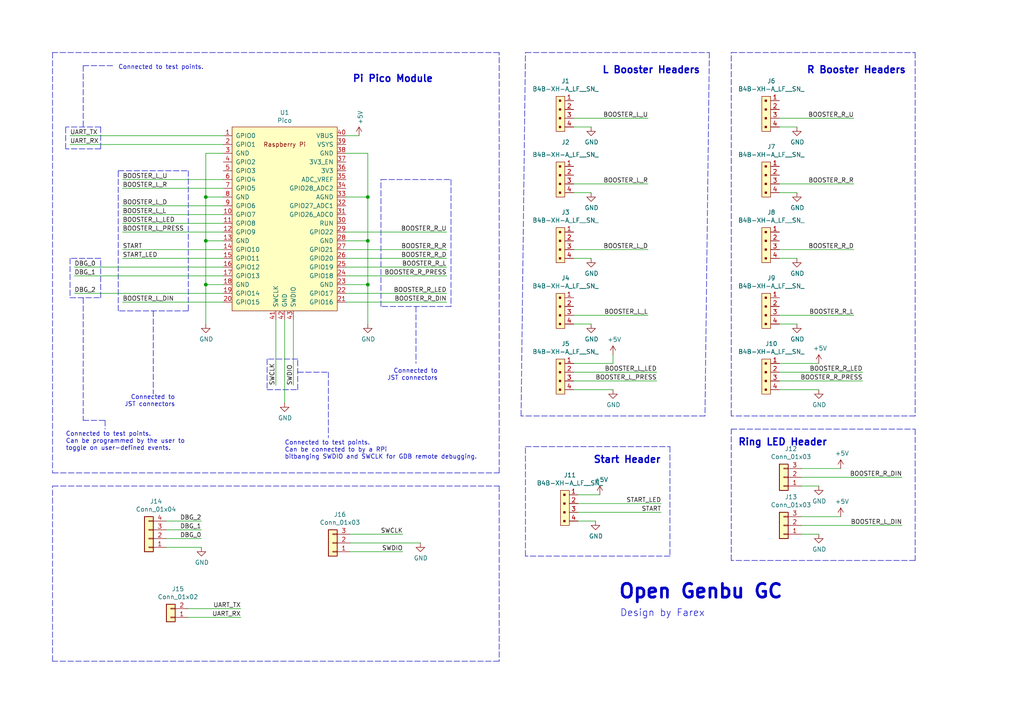
<source format=kicad_sch>
(kicad_sch (version 20211123) (generator eeschema)
  (paper "A4")
  (lib_symbols
    (symbol "Connector_Generic:Conn_01x02" (pin_names (offset 1.016) hide)
      (property "Reference" "J" (at 0 2.54 0))
      (property "Value" "Conn_01x02" (at 0 -5.08 0))
      (symbol "Conn_01x02_1_1"
        (rectangle (start -1.27 -2.413) (end 0 -2.667) (stroke (width 0.1524)))
        (rectangle (start -1.27 0.127) (end 0 -0.127) (stroke (width 0.1524)))
        (rectangle (start -1.27 1.27) (end 1.27 -3.81) (stroke (width 0.254)) (fill (type background)))
        (pin passive line (at -5.08 0 0) (length 3.81) (name "Pin_1") (number "1"))
        (pin passive line (at -5.08 -2.54 0) (length 3.81) (name "Pin_2") (number "2"))
      )
    )
    (symbol "Connector_Generic:Conn_01x03" (pin_names (offset 1.016) hide)
      (property "Reference" "J" (at 0 5.08 0))
      (property "Value" "Conn_01x03" (at 0 -5.08 0))
      (symbol "Conn_01x03_1_1"
        (rectangle (start -1.27 -2.413) (end 0 -2.667) (stroke (width 0.1524)))
        (rectangle (start -1.27 0.127) (end 0 -0.127) (stroke (width 0.1524)))
        (rectangle (start -1.27 2.667) (end 0 2.413) (stroke (width 0.1524)))
        (rectangle (start -1.27 3.81) (end 1.27 -3.81) (stroke (width 0.254)) (fill (type background)))
        (pin passive line (at -5.08 2.54 0) (length 3.81) (name "Pin_1") (number "1"))
        (pin passive line (at -5.08 0 0) (length 3.81) (name "Pin_2") (number "2"))
        (pin passive line (at -5.08 -2.54 0) (length 3.81) (name "Pin_3") (number "3"))
      )
    )
    (symbol "Connector_Generic:Conn_01x04" (pin_names (offset 1.016) hide)
      (property "Reference" "J" (at 0 5.08 0))
      (property "Value" "Conn_01x04" (at 0 -7.62 0))
      (symbol "Conn_01x04_1_1"
        (rectangle (start -1.27 -4.953) (end 0 -5.207) (stroke (width 0.1524)))
        (rectangle (start -1.27 -2.413) (end 0 -2.667) (stroke (width 0.1524)))
        (rectangle (start -1.27 0.127) (end 0 -0.127) (stroke (width 0.1524)))
        (rectangle (start -1.27 2.667) (end 0 2.413) (stroke (width 0.1524)))
        (rectangle (start -1.27 3.81) (end 1.27 -6.35) (stroke (width 0.254)) (fill (type background)))
        (pin passive line (at -5.08 2.54 0) (length 3.81) (name "Pin_1") (number "1"))
        (pin passive line (at -5.08 0 0) (length 3.81) (name "Pin_2") (number "2"))
        (pin passive line (at -5.08 -2.54 0) (length 3.81) (name "Pin_3") (number "3"))
        (pin passive line (at -5.08 -5.08 0) (length 3.81) (name "Pin_4") (number "4"))
      )
    )
    (symbol "MCU_RaspberryPi_and_Boards:Pico" (pin_names (offset 1.016))
      (property "Reference" "U" (at -13.97 27.94 0))
      (property "Value" "Pico" (at 0 19.05 0))
      (symbol "Pico_0_0"
        (text "Raspberry Pi" (at 0 21.59 0) (effects (font (size 1.27 1.27))))
      )
      (symbol "Pico_0_1"
        (rectangle (start -15.24 26.67) (end 15.24 -26.67) (fill (type background)))
      )
      (symbol "Pico_1_1"
        (pin bidirectional line (at -17.78 24.13 0) (length 2.54) (name "GPIO0") (number "1"))
        (pin bidirectional line (at -17.78 1.27 0) (length 2.54) (name "GPIO7") (number "10"))
        (pin bidirectional line (at -17.78 -1.27 0) (length 2.54) (name "GPIO8") (number "11"))
        (pin bidirectional line (at -17.78 -3.81 0) (length 2.54) (name "GPIO9") (number "12"))
        (pin power_in line (at -17.78 -6.35 0) (length 2.54) (name "GND") (number "13"))
        (pin bidirectional line (at -17.78 -8.89 0) (length 2.54) (name "GPIO10") (number "14"))
        (pin bidirectional line (at -17.78 -11.43 0) (length 2.54) (name "GPIO11") (number "15"))
        (pin bidirectional line (at -17.78 -13.97 0) (length 2.54) (name "GPIO12") (number "16"))
        (pin bidirectional line (at -17.78 -16.51 0) (length 2.54) (name "GPIO13") (number "17"))
        (pin power_in line (at -17.78 -19.05 0) (length 2.54) (name "GND") (number "18"))
        (pin bidirectional line (at -17.78 -21.59 0) (length 2.54) (name "GPIO14") (number "19"))
        (pin bidirectional line (at -17.78 21.59 0) (length 2.54) (name "GPIO1") (number "2"))
        (pin bidirectional line (at -17.78 -24.13 0) (length 2.54) (name "GPIO15") (number "20"))
        (pin bidirectional line (at 17.78 -24.13 180) (length 2.54) (name "GPIO16") (number "21"))
        (pin bidirectional line (at 17.78 -21.59 180) (length 2.54) (name "GPIO17") (number "22"))
        (pin power_in line (at 17.78 -19.05 180) (length 2.54) (name "GND") (number "23"))
        (pin bidirectional line (at 17.78 -16.51 180) (length 2.54) (name "GPIO18") (number "24"))
        (pin bidirectional line (at 17.78 -13.97 180) (length 2.54) (name "GPIO19") (number "25"))
        (pin bidirectional line (at 17.78 -11.43 180) (length 2.54) (name "GPIO20") (number "26"))
        (pin bidirectional line (at 17.78 -8.89 180) (length 2.54) (name "GPIO21") (number "27"))
        (pin power_in line (at 17.78 -6.35 180) (length 2.54) (name "GND") (number "28"))
        (pin bidirectional line (at 17.78 -3.81 180) (length 2.54) (name "GPIO22") (number "29"))
        (pin power_in line (at -17.78 19.05 0) (length 2.54) (name "GND") (number "3"))
        (pin input line (at 17.78 -1.27 180) (length 2.54) (name "RUN") (number "30"))
        (pin bidirectional line (at 17.78 1.27 180) (length 2.54) (name "GPIO26_ADC0") (number "31"))
        (pin bidirectional line (at 17.78 3.81 180) (length 2.54) (name "GPIO27_ADC1") (number "32"))
        (pin power_in line (at 17.78 6.35 180) (length 2.54) (name "AGND") (number "33"))
        (pin bidirectional line (at 17.78 8.89 180) (length 2.54) (name "GPIO28_ADC2") (number "34"))
        (pin unspecified line (at 17.78 11.43 180) (length 2.54) (name "ADC_VREF") (number "35"))
        (pin unspecified line (at 17.78 13.97 180) (length 2.54) (name "3V3") (number "36"))
        (pin input line (at 17.78 16.51 180) (length 2.54) (name "3V3_EN") (number "37"))
        (pin bidirectional line (at 17.78 19.05 180) (length 2.54) (name "GND") (number "38"))
        (pin unspecified line (at 17.78 21.59 180) (length 2.54) (name "VSYS") (number "39"))
        (pin bidirectional line (at -17.78 16.51 0) (length 2.54) (name "GPIO2") (number "4"))
        (pin unspecified line (at 17.78 24.13 180) (length 2.54) (name "VBUS") (number "40"))
        (pin input line (at -2.54 -29.21 90) (length 2.54) (name "SWCLK") (number "41"))
        (pin power_in line (at 0 -29.21 90) (length 2.54) (name "GND") (number "42"))
        (pin bidirectional line (at 2.54 -29.21 90) (length 2.54) (name "SWDIO") (number "43"))
        (pin bidirectional line (at -17.78 13.97 0) (length 2.54) (name "GPIO3") (number "5"))
        (pin bidirectional line (at -17.78 11.43 0) (length 2.54) (name "GPIO4") (number "6"))
        (pin bidirectional line (at -17.78 8.89 0) (length 2.54) (name "GPIO5") (number "7"))
        (pin power_in line (at -17.78 6.35 0) (length 2.54) (name "GND") (number "8"))
        (pin bidirectional line (at -17.78 3.81 0) (length 2.54) (name "GPIO6") (number "9"))
      )
    )
    (symbol "dk_Rectangular-Connectors-Headers-Male-Pins:B4B-XH-A_LF__SN_" (pin_names (offset 1.016))
      (property "Reference" "J" (at -2.54 -1.27 0))
      (property "Value" "B4B-XH-A_LF__SN_" (at 3.81 -3.81 0))
      (symbol "B4B-XH-A_LF__SN__1_1"
        (rectangle (start -1.27 0) (end 8.89 -2.54) (fill (type background)))
        (rectangle (start -0.254 -1.143) (end 0.254 -1.651) (fill (type outline)))
        (rectangle (start 2.286 -1.143) (end 2.794 -1.651) (fill (type outline)))
        (rectangle (start 4.826 -1.143) (end 5.334 -1.651) (fill (type outline)))
        (rectangle (start 7.366 -1.143) (end 7.874 -1.651) (fill (type outline)))
        (pin passive line (at 0 2.54 270) (length 2.54) (name "~") (number "1"))
        (pin passive line (at 2.54 2.54 270) (length 2.54) (name "~") (number "2"))
        (pin passive line (at 5.08 2.54 270) (length 2.54) (name "~") (number "3"))
        (pin passive line (at 7.62 2.54 270) (length 2.54) (name "~") (number "4"))
      )
    )
    (symbol "power:+5V" (power) (pin_names (offset 0))
      (property "Value" "+5V" (at 0 3.556 0))
      (symbol "+5V_0_1"
        (polyline (pts (xy -0.762 1.27) (xy 0 2.54)))
        (polyline (pts (xy 0 0) (xy 0 2.54)))
        (polyline (pts (xy 0 2.54) (xy 0.762 1.27)))
      )
      (symbol "+5V_1_1"
        (pin power_in line (at 0 0 90) (length 0) hide (name "+5V") (number "1"))
      )
    )
    (symbol "power:GND" (power) (pin_names (offset 0))
      (property "Value" "GND" (at 0 -3.81 0))
      (symbol "GND_0_1"
        (polyline (pts (xy 0 0) (xy 0 -1.27) (xy 1.27 -1.27) (xy 0 -2.54) (xy -1.27 -1.27) (xy 0 -1.27)))
      )
      (symbol "GND_1_1"
        (pin power_in line (at 0 0 270) (length 0) hide (name "GND") (number "1"))
      )
    )
  )
  (junction (at 106.68 57.15))
  (junction (at 59.69 57.15))
  (junction (at 106.68 82.55))
  (junction (at 106.68 69.85))
  (junction (at 59.69 69.85))
  (junction (at 59.69 82.55))
  (polyline (pts (xy 205.74 15.24) (xy 204.47 120.65)))
  (wire (pts (xy 232.41 152.4) (xy 261.62 152.4)))
  (polyline (pts (xy 144.78 137.16) (xy 144.78 15.24)))
  (wire (pts (xy 21.59 80.01) (xy 64.77 80.01)))
  (polyline (pts (xy 265.43 120.65) (xy 212.09 120.65)))
  (wire (pts (xy 247.65 53.34) (xy 226.06 53.34)))
  (wire (pts (xy 20.32 41.91) (xy 64.77 41.91)))
  (polyline (pts (xy 19.05 43.18) (xy 19.05 36.83)))
  (wire (pts (xy 85.09 92.71) (xy 85.09 111.76)))
  (polyline (pts (xy 144.78 140.97) (xy 144.78 191.77)))
  (wire (pts (xy 116.84 154.94) (xy 101.6 154.94)))
  (polyline (pts (xy 194.31 129.54) (xy 194.31 161.29)))
  (wire (pts (xy 20.32 39.37) (xy 64.77 39.37)))
  (polyline (pts (xy 130.81 88.9) (xy 110.49 88.9)))
  (wire (pts (xy 231.14 36.83) (xy 226.06 36.83)))
  (polyline (pts (xy 120.65 88.9) (xy 120.65 105.41)))
  (wire (pts (xy 59.69 69.85) (xy 59.69 57.15)))
  (wire (pts (xy 237.49 154.94) (xy 232.41 154.94)))
  (polyline (pts (xy 54.61 49.53) (xy 54.61 90.17)))
  (polyline (pts (xy 77.47 113.03) (xy 86.36 113.03)))
  (polyline (pts (xy 30.48 121.92) (xy 30.48 124.46)))
  (wire (pts (xy 237.49 113.03) (xy 226.06 113.03)))
  (wire (pts (xy 59.69 82.55) (xy 59.69 69.85)))
  (wire (pts (xy 58.42 156.21) (xy 48.26 156.21)))
  (wire (pts (xy 35.56 74.93) (xy 64.77 74.93)))
  (wire (pts (xy 59.69 57.15) (xy 59.69 44.45)))
  (wire (pts (xy 21.59 85.09) (xy 64.77 85.09)))
  (wire (pts (xy 166.37 107.95) (xy 190.5 107.95)))
  (wire (pts (xy 171.45 36.83) (xy 166.37 36.83)))
  (wire (pts (xy 35.56 87.63) (xy 64.77 87.63)))
  (polyline (pts (xy 110.49 88.9) (xy 110.49 52.07)))
  (wire (pts (xy 106.68 57.15) (xy 100.33 57.15)))
  (wire (pts (xy 59.69 57.15) (xy 64.77 57.15)))
  (polyline (pts (xy 144.78 15.24) (xy 15.24 15.24)))
  (polyline (pts (xy 44.45 90.17) (xy 44.45 114.3)))
  (polyline (pts (xy 152.4 15.24) (xy 205.74 15.24)))
  (wire (pts (xy 106.68 82.55) (xy 100.33 82.55)))
  (wire (pts (xy 231.14 74.93) (xy 226.06 74.93)))
  (wire (pts (xy 106.68 57.15) (xy 106.68 44.45)))
  (wire (pts (xy 171.45 74.93) (xy 166.37 74.93)))
  (wire (pts (xy 106.68 69.85) (xy 106.68 57.15)))
  (polyline (pts (xy 15.24 15.24) (xy 15.24 137.16)))
  (wire (pts (xy 82.55 92.71) (xy 82.55 116.84)))
  (wire (pts (xy 173.99 143.51) (xy 167.64 143.51)))
  (wire (pts (xy 58.42 153.67) (xy 48.26 153.67)))
  (wire (pts (xy 171.45 55.88) (xy 166.37 55.88)))
  (wire (pts (xy 35.56 54.61) (xy 64.77 54.61)))
  (wire (pts (xy 35.56 64.77) (xy 64.77 64.77)))
  (polyline (pts (xy 20.32 86.36) (xy 29.21 86.36)))
  (polyline (pts (xy 265.43 162.56) (xy 212.09 162.56)))
  (polyline (pts (xy 24.13 121.92) (xy 30.48 121.92)))
  (wire (pts (xy 59.69 93.98) (xy 59.69 82.55)))
  (polyline (pts (xy 86.36 107.95) (xy 95.25 107.95)))
  (polyline (pts (xy 15.24 191.77) (xy 15.24 140.97)))
  (wire (pts (xy 100.33 72.39) (xy 129.54 72.39)))
  (wire (pts (xy 237.49 105.41) (xy 226.06 105.41)))
  (polyline (pts (xy 86.36 104.14) (xy 77.47 104.14)))
  (wire (pts (xy 100.33 87.63) (xy 129.54 87.63)))
  (polyline (pts (xy 212.09 15.24) (xy 265.43 15.24)))
  (wire (pts (xy 100.33 85.09) (xy 129.54 85.09)))
  (wire (pts (xy 172.72 151.13) (xy 167.64 151.13)))
  (wire (pts (xy 59.69 69.85) (xy 64.77 69.85)))
  (polyline (pts (xy 152.4 129.54) (xy 194.31 129.54)))
  (polyline (pts (xy 130.81 52.07) (xy 130.81 88.9)))
  (wire (pts (xy 231.14 55.88) (xy 226.06 55.88)))
  (polyline (pts (xy 24.13 86.36) (xy 24.13 121.92)))
  (polyline (pts (xy 151.13 120.65) (xy 152.4 15.24)))
  (polyline (pts (xy 95.25 107.95) (xy 95.25 127)))
  (polyline (pts (xy 15.24 137.16) (xy 144.78 137.16)))
  (polyline (pts (xy 212.09 162.56) (xy 212.09 124.46)))
  (polyline (pts (xy 15.24 140.97) (xy 144.78 140.97)))
  (polyline (pts (xy 29.21 86.36) (xy 29.21 74.93)))
  (polyline (pts (xy 212.09 124.46) (xy 265.43 124.46)))
  (wire (pts (xy 116.84 160.02) (xy 101.6 160.02)))
  (wire (pts (xy 237.49 140.97) (xy 232.41 140.97)))
  (polyline (pts (xy 24.13 19.05) (xy 24.13 36.83)))
  (wire (pts (xy 250.19 110.49) (xy 226.06 110.49)))
  (wire (pts (xy 106.68 93.98) (xy 106.68 82.55)))
  (wire (pts (xy 101.6 157.48) (xy 121.92 157.48)))
  (wire (pts (xy 232.41 138.43) (xy 261.62 138.43)))
  (wire (pts (xy 187.96 34.29) (xy 166.37 34.29)))
  (polyline (pts (xy 29.21 43.18) (xy 19.05 43.18)))
  (polyline (pts (xy 34.29 90.17) (xy 34.29 49.53)))
  (polyline (pts (xy 212.09 120.65) (xy 212.09 15.24)))
  (wire (pts (xy 247.65 34.29) (xy 226.06 34.29)))
  (polyline (pts (xy 29.21 36.83) (xy 29.21 43.18)))
  (wire (pts (xy 35.56 52.07) (xy 64.77 52.07)))
  (polyline (pts (xy 265.43 124.46) (xy 265.43 162.56)))
  (wire (pts (xy 69.85 176.53) (xy 54.61 176.53)))
  (polyline (pts (xy 77.47 104.14) (xy 77.47 113.03)))
  (polyline (pts (xy 34.29 49.53) (xy 54.61 49.53)))
  (wire (pts (xy 187.96 91.44) (xy 166.37 91.44)))
  (wire (pts (xy 106.68 82.55) (xy 106.68 69.85)))
  (polyline (pts (xy 265.43 15.24) (xy 265.43 120.65)))
  (wire (pts (xy 35.56 72.39) (xy 64.77 72.39)))
  (polyline (pts (xy 24.13 19.05) (xy 33.02 19.05)))
  (wire (pts (xy 187.96 53.34) (xy 166.37 53.34)))
  (wire (pts (xy 247.65 91.44) (xy 226.06 91.44)))
  (wire (pts (xy 177.8 105.41) (xy 166.37 105.41)))
  (wire (pts (xy 231.14 93.98) (xy 226.06 93.98)))
  (wire (pts (xy 100.33 80.01) (xy 129.54 80.01)))
  (polyline (pts (xy 54.61 90.17) (xy 34.29 90.17)))
  (polyline (pts (xy 20.32 74.93) (xy 20.32 86.36)))
  (wire (pts (xy 59.69 44.45) (xy 64.77 44.45)))
  (polyline (pts (xy 110.49 52.07) (xy 130.81 52.07)))
  (wire (pts (xy 58.42 158.75) (xy 48.26 158.75)))
  (wire (pts (xy 167.64 148.59) (xy 191.77 148.59)))
  (wire (pts (xy 35.56 59.69) (xy 64.77 59.69)))
  (wire (pts (xy 177.8 105.41) (xy 177.8 102.87)))
  (wire (pts (xy 250.19 107.95) (xy 226.06 107.95)))
  (wire (pts (xy 58.42 151.13) (xy 48.26 151.13)))
  (polyline (pts (xy 144.78 191.77) (xy 15.24 191.77)))
  (polyline (pts (xy 204.47 120.65) (xy 151.13 120.65)))
  (wire (pts (xy 243.84 135.89) (xy 232.41 135.89)))
  (wire (pts (xy 104.14 39.37) (xy 100.33 39.37)))
  (polyline (pts (xy 29.21 74.93) (xy 20.32 74.93)))
  (wire (pts (xy 190.5 110.49) (xy 166.37 110.49)))
  (polyline (pts (xy 29.21 36.83) (xy 19.05 36.83)))
  (wire (pts (xy 191.77 146.05) (xy 167.64 146.05)))
  (wire (pts (xy 35.56 67.31) (xy 64.77 67.31)))
  (polyline (pts (xy 194.31 161.29) (xy 152.4 161.29)))
  (wire (pts (xy 187.96 72.39) (xy 166.37 72.39)))
  (wire (pts (xy 100.33 77.47) (xy 129.54 77.47)))
  (wire (pts (xy 69.85 179.07) (xy 54.61 179.07)))
  (polyline (pts (xy 152.4 161.29) (xy 152.4 129.54)))
  (wire (pts (xy 59.69 82.55) (xy 64.77 82.55)))
  (wire (pts (xy 177.8 113.03) (xy 166.37 113.03)))
  (wire (pts (xy 100.33 74.93) (xy 129.54 74.93)))
  (polyline (pts (xy 86.36 113.03) (xy 86.36 104.14)))
  (wire (pts (xy 35.56 62.23) (xy 64.77 62.23)))
  (wire (pts (xy 106.68 44.45) (xy 100.33 44.45)))
  (wire (pts (xy 106.68 69.85) (xy 100.33 69.85)))
  (wire (pts (xy 100.33 67.31) (xy 129.54 67.31)))
  (wire (pts (xy 243.84 149.86) (xy 232.41 149.86)))
  (wire (pts (xy 80.01 92.71) (xy 80.01 111.76)))
  (wire (pts (xy 171.45 93.98) (xy 166.37 93.98)))
  (wire (pts (xy 247.65 72.39) (xy 226.06 72.39)))
  (wire (pts (xy 21.59 77.47) (xy 64.77 77.47)))
  (text "Connected to test points.\nCan be programmed by the user to\ntoggle on user-defined events." (at 19.05 130.81 0) (effects (font (size 1.27 1.27)) (justify left bottom)))
  (text "Connected to test points.\n" (at 34.29 20.32 0) (effects (font (size 1.27 1.27)) (justify left bottom)))
  (text "Connected to\nJST connectors" (at 127 110.49 180) (effects (font (size 1.27 1.27)) (justify right bottom)))
  (text "Pi Pico Module" (at 125.73 24.13 180) (effects (font (size 2.0066 2.0066) (thickness 0.4013) bold) (justify right bottom)))
  (text "R Booster Headers" (at 262.89 21.59 180) (effects (font (size 2.0066 2.0066) (thickness 0.4013) bold) (justify right bottom)))
  (text "Connected to test points.\nCan be connected to by a RPi\nbitbanging SWDIO and SWCLK for GDB remote debugging." (at 82.55 133.35 0) (effects (font (size 1.27 1.27)) (justify left bottom)))
  (text "L Booster Headers" (at 203.2 21.59 180) (effects (font (size 2.0066 2.0066) (thickness 0.4013) bold) (justify right bottom)))
  (text "Ring LED Header" (at 240.03 129.54 180) (effects (font (size 2.0066 2.0066) (thickness 0.4013) bold) (justify right bottom)))
  (text "Connected to\nJST connectors" (at 50.8 118.11 180) (effects (font (size 1.27 1.27)) (justify right bottom)))
  (text "Start Header" (at 191.77 134.62 180) (effects (font (size 2.0066 2.0066) (thickness 0.4013) bold) (justify right bottom)))
  (text "Open Genbu GC" (at 227.33 173.99 180) (effects (font (size 3.9878 3.9878) (thickness 0.7976) bold) (justify right bottom)))
  (text "Design by Farex" (at 204.47 179.07 180) (effects (font (size 2.0066 2.0066)) (justify right bottom)))
  (label "UART_RX" (at 20.32 41.91 0))
  (label "BOOSTER_R_LED" (at 129.54 85.09 180))
  (label "BOOSTER_R_PRESS" (at 250.19 110.49 180))
  (label "BOOSTER_L_LED" (at 35.56 64.77 0))
  (label "SWDIO" (at 85.09 111.76 90))
  (label "BOOSTER_L_LED" (at 190.5 107.95 180))
  (label "SWDIO" (at 116.84 160.02 180))
  (label "START" (at 35.56 72.39 0))
  (label "BOOSTER_R_R" (at 247.65 53.34 180))
  (label "BOOSTER_L_PRESS" (at 35.56 67.31 0))
  (label "BOOSTER_L_U" (at 187.96 34.29 180))
  (label "BOOSTER_R_R" (at 129.54 72.39 180))
  (label "BOOSTER_L_L" (at 187.96 91.44 180))
  (label "BOOSTER_R_LED" (at 250.19 107.95 180))
  (label "BOOSTER_R_DIN" (at 261.62 138.43 180))
  (label "BOOSTER_L_DIN" (at 35.56 87.63 0))
  (label "BOOSTER_R_D" (at 247.65 72.39 180))
  (label "BOOSTER_R_L" (at 247.65 91.44 180))
  (label "SWCLK" (at 80.01 111.76 90))
  (label "UART_TX" (at 69.85 176.53 180))
  (label "DBG_1" (at 58.42 153.67 180))
  (label "BOOSTER_L_D" (at 35.56 59.69 0))
  (label "BOOSTER_L_D" (at 187.96 72.39 180))
  (label "SWCLK" (at 116.84 154.94 180))
  (label "DBG_1" (at 21.59 80.01 0))
  (label "BOOSTER_R_PRESS" (at 129.54 80.01 180))
  (label "START" (at 191.77 148.59 180))
  (label "BOOSTER_R_U" (at 129.54 67.31 180))
  (label "BOOSTER_R_DIN" (at 129.54 87.63 180))
  (label "BOOSTER_R_L" (at 129.54 77.47 180))
  (label "BOOSTER_R_D" (at 129.54 74.93 180))
  (label "BOOSTER_L_R" (at 187.96 53.34 180))
  (label "BOOSTER_R_U" (at 247.65 34.29 180))
  (label "START_LED" (at 191.77 146.05 180))
  (label "BOOSTER_L_U" (at 35.56 52.07 0))
  (label "BOOSTER_L_PRESS" (at 190.5 110.49 180))
  (label "DBG_2" (at 21.59 85.09 0))
  (label "DBG_0" (at 21.59 77.47 0))
  (label "START_LED" (at 35.56 74.93 0))
  (label "BOOSTER_L_R" (at 35.56 54.61 0))
  (label "UART_RX" (at 69.85 179.07 180))
  (label "UART_TX" (at 20.32 39.37 0))
  (label "DBG_0" (at 58.42 156.21 180))
  (label "BOOSTER_L_DIN" (at 261.62 152.4 180))
  (label "DBG_2" (at 58.42 151.13 180))
  (label "BOOSTER_L_L" (at 35.56 62.23 0))
  (symbol (lib_id "MCU_RaspberryPi_and_Boards:Pico") (at 82.55 63.5 0) (unit 1)
    (property "Reference" "U1" (at 82.55 32.639 0))
    (property "Value" "Pico" (at 82.55 34.9504 0))
    (property "Footprint" "MCU_RaspberryPi_and_Boards:RPi_Pico_SMD_TH" (effects hide))
  )
  (symbol (lib_id "power:+5V") (at 104.14 39.37 0) (unit 1)
    (property "Reference" "#PWR0101" (effects hide))
    (property "Value" "+5V" (at 104.521 36.1188 90) (effects (justify left)))
  )
  (symbol (lib_id "power:GND") (at 106.68 93.98 0) (unit 1)
    (property "Reference" "#PWR0102" (effects hide))
    (property "Value" "GND" (at 106.807 98.3742 0))
  )
  (symbol (lib_id "power:GND") (at 59.69 93.98 0) (unit 1)
    (property "Reference" "#PWR0103" (effects hide))
    (property "Value" "GND" (at 59.817 98.3742 0))
  )
  (symbol (lib_id "power:GND") (at 82.55 116.84 0) (unit 1)
    (property "Reference" "#PWR0104" (effects hide))
    (property "Value" "GND" (at 82.677 121.2342 0))
  )
  (symbol (lib_id "dk_Rectangular-Connectors-Headers-Male-Pins:B4B-XH-A_LF__SN_") (at 163.83 29.21 270) (unit 1)
    (property "Reference" "J1" (at 164.0332 23.495 90))
    (property "Value" "B4B-XH-A_LF__SN_" (at 164.0332 25.8064 90))
    (property "Footprint" "B4B-XH-A(LF)(SN):JST_B4B-XH-A(LF)(SN)" (effects hide))
    (property "Datasheet" "http://www.jst-mfg.com/product/pdf/eng/eXH.pdf" (effects hide))
    (property "Digi-Key_PN" "455-2249-ND" (effects hide))
    (property "MPN" "B4B-XH-A(LF)(SN)" (effects hide))
    (property "Category" "Connectors, Interconnects" (effects hide))
    (property "Family" "Rectangular Connectors - Headers, Male Pins" (effects hide))
    (property "DK_Datasheet_Link" "http://www.jst-mfg.com/product/pdf/eng/eXH.pdf" (effects hide))
    (property "DK_Detail_Page" "/product-detail/en/jst-sales-america-inc/B4B-XH-A(LF)(SN)/455-2249-ND/1651047" (effects hide))
    (property "Description" "CONN HEADER VERT 4POS 2.5MM" (effects hide))
    (property "Manufacturer" "JST Sales America Inc." (effects hide))
    (property "Status" "Active" (effects hide))
  )
  (symbol (lib_id "dk_Rectangular-Connectors-Headers-Male-Pins:B4B-XH-A_LF__SN_") (at 163.83 48.26 270) (unit 1)
    (property "Reference" "J2" (at 164.0332 41.275 90))
    (property "Value" "B4B-XH-A_LF__SN_" (at 164.0332 44.8564 90))
    (property "Footprint" "B4B-XH-A(LF)(SN):JST_B4B-XH-A(LF)(SN)" (effects hide))
    (property "Datasheet" "http://www.jst-mfg.com/product/pdf/eng/eXH.pdf" (effects hide))
    (property "Digi-Key_PN" "455-2249-ND" (effects hide))
    (property "MPN" "B4B-XH-A(LF)(SN)" (effects hide))
    (property "Category" "Connectors, Interconnects" (effects hide))
    (property "Family" "Rectangular Connectors - Headers, Male Pins" (effects hide))
    (property "DK_Datasheet_Link" "http://www.jst-mfg.com/product/pdf/eng/eXH.pdf" (effects hide))
    (property "DK_Detail_Page" "/product-detail/en/jst-sales-america-inc/B4B-XH-A(LF)(SN)/455-2249-ND/1651047" (effects hide))
    (property "Description" "CONN HEADER VERT 4POS 2.5MM" (effects hide))
    (property "Manufacturer" "JST Sales America Inc." (effects hide))
    (property "Status" "Active" (effects hide))
  )
  (symbol (lib_id "dk_Rectangular-Connectors-Headers-Male-Pins:B4B-XH-A_LF__SN_") (at 163.83 67.31 270) (unit 1)
    (property "Reference" "J3" (at 164.0332 61.595 90))
    (property "Value" "B4B-XH-A_LF__SN_" (at 164.0332 63.9064 90))
    (property "Footprint" "B4B-XH-A(LF)(SN):JST_B4B-XH-A(LF)(SN)" (effects hide))
    (property "Datasheet" "http://www.jst-mfg.com/product/pdf/eng/eXH.pdf" (effects hide))
    (property "Digi-Key_PN" "455-2249-ND" (effects hide))
    (property "MPN" "B4B-XH-A(LF)(SN)" (effects hide))
    (property "Category" "Connectors, Interconnects" (effects hide))
    (property "Family" "Rectangular Connectors - Headers, Male Pins" (effects hide))
    (property "DK_Datasheet_Link" "http://www.jst-mfg.com/product/pdf/eng/eXH.pdf" (effects hide))
    (property "DK_Detail_Page" "/product-detail/en/jst-sales-america-inc/B4B-XH-A(LF)(SN)/455-2249-ND/1651047" (effects hide))
    (property "Description" "CONN HEADER VERT 4POS 2.5MM" (effects hide))
    (property "Manufacturer" "JST Sales America Inc." (effects hide))
    (property "Status" "Active" (effects hide))
  )
  (symbol (lib_id "dk_Rectangular-Connectors-Headers-Male-Pins:B4B-XH-A_LF__SN_") (at 163.83 86.36 270) (unit 1)
    (property "Reference" "J4" (at 164.0332 80.645 90))
    (property "Value" "B4B-XH-A_LF__SN_" (at 164.0332 82.9564 90))
    (property "Footprint" "B4B-XH-A(LF)(SN):JST_B4B-XH-A(LF)(SN)" (effects hide))
    (property "Datasheet" "http://www.jst-mfg.com/product/pdf/eng/eXH.pdf" (effects hide))
    (property "Digi-Key_PN" "455-2249-ND" (effects hide))
    (property "MPN" "B4B-XH-A(LF)(SN)" (effects hide))
    (property "Category" "Connectors, Interconnects" (effects hide))
    (property "Family" "Rectangular Connectors - Headers, Male Pins" (effects hide))
    (property "DK_Datasheet_Link" "http://www.jst-mfg.com/product/pdf/eng/eXH.pdf" (effects hide))
    (property "DK_Detail_Page" "/product-detail/en/jst-sales-america-inc/B4B-XH-A(LF)(SN)/455-2249-ND/1651047" (effects hide))
    (property "Description" "CONN HEADER VERT 4POS 2.5MM" (effects hide))
    (property "Manufacturer" "JST Sales America Inc." (effects hide))
    (property "Status" "Active" (effects hide))
  )
  (symbol (lib_id "dk_Rectangular-Connectors-Headers-Male-Pins:B4B-XH-A_LF__SN_") (at 223.52 29.21 270) (unit 1)
    (property "Reference" "J6" (at 223.7232 23.495 90))
    (property "Value" "B4B-XH-A_LF__SN_" (at 223.7232 25.8064 90))
    (property "Footprint" "B4B-XH-A(LF)(SN):JST_B4B-XH-A(LF)(SN)" (effects hide))
    (property "Datasheet" "http://www.jst-mfg.com/product/pdf/eng/eXH.pdf" (effects hide))
    (property "Digi-Key_PN" "455-2249-ND" (effects hide))
    (property "MPN" "B4B-XH-A(LF)(SN)" (effects hide))
    (property "Category" "Connectors, Interconnects" (effects hide))
    (property "Family" "Rectangular Connectors - Headers, Male Pins" (effects hide))
    (property "DK_Datasheet_Link" "http://www.jst-mfg.com/product/pdf/eng/eXH.pdf" (effects hide))
    (property "DK_Detail_Page" "/product-detail/en/jst-sales-america-inc/B4B-XH-A(LF)(SN)/455-2249-ND/1651047" (effects hide))
    (property "Description" "CONN HEADER VERT 4POS 2.5MM" (effects hide))
    (property "Manufacturer" "JST Sales America Inc." (effects hide))
    (property "Status" "Active" (effects hide))
  )
  (symbol (lib_id "dk_Rectangular-Connectors-Headers-Male-Pins:B4B-XH-A_LF__SN_") (at 223.52 48.26 270) (unit 1)
    (property "Reference" "J7" (at 223.7232 42.545 90))
    (property "Value" "B4B-XH-A_LF__SN_" (at 223.7232 44.8564 90))
    (property "Footprint" "B4B-XH-A(LF)(SN):JST_B4B-XH-A(LF)(SN)" (effects hide))
    (property "Datasheet" "http://www.jst-mfg.com/product/pdf/eng/eXH.pdf" (effects hide))
    (property "Digi-Key_PN" "455-2249-ND" (effects hide))
    (property "MPN" "B4B-XH-A(LF)(SN)" (effects hide))
    (property "Category" "Connectors, Interconnects" (effects hide))
    (property "Family" "Rectangular Connectors - Headers, Male Pins" (effects hide))
    (property "DK_Datasheet_Link" "http://www.jst-mfg.com/product/pdf/eng/eXH.pdf" (effects hide))
    (property "DK_Detail_Page" "/product-detail/en/jst-sales-america-inc/B4B-XH-A(LF)(SN)/455-2249-ND/1651047" (effects hide))
    (property "Description" "CONN HEADER VERT 4POS 2.5MM" (effects hide))
    (property "Manufacturer" "JST Sales America Inc." (effects hide))
    (property "Status" "Active" (effects hide))
  )
  (symbol (lib_id "dk_Rectangular-Connectors-Headers-Male-Pins:B4B-XH-A_LF__SN_") (at 223.52 67.31 270) (unit 1)
    (property "Reference" "J8" (at 223.7232 61.595 90))
    (property "Value" "B4B-XH-A_LF__SN_" (at 223.7232 63.9064 90))
    (property "Footprint" "B4B-XH-A(LF)(SN):JST_B4B-XH-A(LF)(SN)" (effects hide))
    (property "Datasheet" "http://www.jst-mfg.com/product/pdf/eng/eXH.pdf" (effects hide))
    (property "Digi-Key_PN" "455-2249-ND" (effects hide))
    (property "MPN" "B4B-XH-A(LF)(SN)" (effects hide))
    (property "Category" "Connectors, Interconnects" (effects hide))
    (property "Family" "Rectangular Connectors - Headers, Male Pins" (effects hide))
    (property "DK_Datasheet_Link" "http://www.jst-mfg.com/product/pdf/eng/eXH.pdf" (effects hide))
    (property "DK_Detail_Page" "/product-detail/en/jst-sales-america-inc/B4B-XH-A(LF)(SN)/455-2249-ND/1651047" (effects hide))
    (property "Description" "CONN HEADER VERT 4POS 2.5MM" (effects hide))
    (property "Manufacturer" "JST Sales America Inc." (effects hide))
    (property "Status" "Active" (effects hide))
  )
  (symbol (lib_id "dk_Rectangular-Connectors-Headers-Male-Pins:B4B-XH-A_LF__SN_") (at 223.52 86.36 270) (unit 1)
    (property "Reference" "J9" (at 223.7232 80.645 90))
    (property "Value" "B4B-XH-A_LF__SN_" (at 223.7232 82.9564 90))
    (property "Footprint" "B4B-XH-A(LF)(SN):JST_B4B-XH-A(LF)(SN)" (effects hide))
    (property "Datasheet" "http://www.jst-mfg.com/product/pdf/eng/eXH.pdf" (effects hide))
    (property "Digi-Key_PN" "455-2249-ND" (effects hide))
    (property "MPN" "B4B-XH-A(LF)(SN)" (effects hide))
    (property "Category" "Connectors, Interconnects" (effects hide))
    (property "Family" "Rectangular Connectors - Headers, Male Pins" (effects hide))
    (property "DK_Datasheet_Link" "http://www.jst-mfg.com/product/pdf/eng/eXH.pdf" (effects hide))
    (property "DK_Detail_Page" "/product-detail/en/jst-sales-america-inc/B4B-XH-A(LF)(SN)/455-2249-ND/1651047" (effects hide))
    (property "Description" "CONN HEADER VERT 4POS 2.5MM" (effects hide))
    (property "Manufacturer" "JST Sales America Inc." (effects hide))
    (property "Status" "Active" (effects hide))
  )
  (symbol (lib_id "dk_Rectangular-Connectors-Headers-Male-Pins:B4B-XH-A_LF__SN_") (at 223.52 105.41 270) (unit 1)
    (property "Reference" "J10" (at 223.7232 99.695 90))
    (property "Value" "B4B-XH-A_LF__SN_" (at 223.7232 102.0064 90))
    (property "Footprint" "B4B-XH-A(LF)(SN):JST_B4B-XH-A(LF)(SN)" (effects hide))
    (property "Datasheet" "http://www.jst-mfg.com/product/pdf/eng/eXH.pdf" (effects hide))
    (property "Digi-Key_PN" "455-2249-ND" (effects hide))
    (property "MPN" "B4B-XH-A(LF)(SN)" (effects hide))
    (property "Category" "Connectors, Interconnects" (effects hide))
    (property "Family" "Rectangular Connectors - Headers, Male Pins" (effects hide))
    (property "DK_Datasheet_Link" "http://www.jst-mfg.com/product/pdf/eng/eXH.pdf" (effects hide))
    (property "DK_Detail_Page" "/product-detail/en/jst-sales-america-inc/B4B-XH-A(LF)(SN)/455-2249-ND/1651047" (effects hide))
    (property "Description" "CONN HEADER VERT 4POS 2.5MM" (effects hide))
    (property "Manufacturer" "JST Sales America Inc." (effects hide))
    (property "Status" "Active" (effects hide))
  )
  (symbol (lib_id "dk_Rectangular-Connectors-Headers-Male-Pins:B4B-XH-A_LF__SN_") (at 165.1 143.51 270) (unit 1)
    (property "Reference" "J11" (at 165.3032 137.795 90))
    (property "Value" "B4B-XH-A_LF__SN_" (at 165.3032 140.1064 90))
    (property "Footprint" "B4B-XH-A(LF)(SN):JST_B4B-XH-A(LF)(SN)" (effects hide))
    (property "Datasheet" "http://www.jst-mfg.com/product/pdf/eng/eXH.pdf" (effects hide))
    (property "Digi-Key_PN" "455-2249-ND" (effects hide))
    (property "MPN" "B4B-XH-A(LF)(SN)" (effects hide))
    (property "Category" "Connectors, Interconnects" (effects hide))
    (property "Family" "Rectangular Connectors - Headers, Male Pins" (effects hide))
    (property "DK_Datasheet_Link" "http://www.jst-mfg.com/product/pdf/eng/eXH.pdf" (effects hide))
    (property "DK_Detail_Page" "/product-detail/en/jst-sales-america-inc/B4B-XH-A(LF)(SN)/455-2249-ND/1651047" (effects hide))
    (property "Description" "CONN HEADER VERT 4POS 2.5MM" (effects hide))
    (property "Manufacturer" "JST Sales America Inc." (effects hide))
    (property "Status" "Active" (effects hide))
  )
  (symbol (lib_id "dk_Rectangular-Connectors-Headers-Male-Pins:B4B-XH-A_LF__SN_") (at 163.83 105.41 270) (unit 1)
    (property "Reference" "J5" (at 164.0332 99.695 90))
    (property "Value" "B4B-XH-A_LF__SN_" (at 164.0332 102.0064 90))
    (property "Footprint" "B4B-XH-A(LF)(SN):JST_B4B-XH-A(LF)(SN)" (effects hide))
    (property "Datasheet" "http://www.jst-mfg.com/product/pdf/eng/eXH.pdf" (effects hide))
    (property "Digi-Key_PN" "455-2249-ND" (effects hide))
    (property "MPN" "B4B-XH-A(LF)(SN)" (effects hide))
    (property "Category" "Connectors, Interconnects" (effects hide))
    (property "Family" "Rectangular Connectors - Headers, Male Pins" (effects hide))
    (property "DK_Datasheet_Link" "http://www.jst-mfg.com/product/pdf/eng/eXH.pdf" (effects hide))
    (property "DK_Detail_Page" "/product-detail/en/jst-sales-america-inc/B4B-XH-A(LF)(SN)/455-2249-ND/1651047" (effects hide))
    (property "Description" "CONN HEADER VERT 4POS 2.5MM" (effects hide))
    (property "Manufacturer" "JST Sales America Inc." (effects hide))
    (property "Status" "Active" (effects hide))
  )
  (symbol (lib_id "Connector_Generic:Conn_01x03") (at 227.33 138.43 180) (unit 1)
    (property "Reference" "J12" (at 229.4128 130.175 0))
    (property "Value" "Conn_01x03" (at 229.4128 132.4864 0))
    (property "Footprint" "Connector_PinSocket_2.54mm:PinSocket_1x03_P2.54mm_Vertical" (effects hide))
  )
  (symbol (lib_id "Connector_Generic:Conn_01x03") (at 227.33 152.4 180) (unit 1)
    (property "Reference" "J13" (at 229.4128 144.145 0))
    (property "Value" "Conn_01x03" (at 229.4128 146.4564 0))
    (property "Footprint" "Connector_PinSocket_2.54mm:PinSocket_1x03_P2.54mm_Vertical" (effects hide))
  )
  (symbol (lib_id "power:GND") (at 237.49 154.94 0) (unit 1)
    (property "Reference" "#PWR0119" (effects hide))
    (property "Value" "GND" (at 237.617 159.3342 0))
  )
  (symbol (lib_id "power:GND") (at 237.49 140.97 0) (unit 1)
    (property "Reference" "#PWR0120" (effects hide))
    (property "Value" "GND" (at 237.617 145.3642 0))
  )
  (symbol (lib_id "power:+5V") (at 243.84 135.89 0) (unit 1)
    (property "Reference" "#PWR0121" (effects hide))
    (property "Value" "+5V" (at 244.221 131.4958 0))
  )
  (symbol (lib_id "power:+5V") (at 243.84 149.86 0) (unit 1)
    (property "Reference" "#PWR0122" (effects hide))
    (property "Value" "+5V" (at 244.221 145.4658 0))
  )
  (symbol (lib_id "Connector_Generic:Conn_01x03") (at 96.52 157.48 180) (unit 1)
    (property "Reference" "J16" (at 98.6028 149.225 0))
    (property "Value" "Conn_01x03" (at 98.6028 151.5364 0))
    (property "Footprint" "Connector_PinSocket_2.54mm:PinSocket_1x03_P2.54mm_Vertical" (effects hide))
  )
  (symbol (lib_id "Connector_Generic:Conn_01x04") (at 43.18 156.21 180) (unit 1)
    (property "Reference" "J14" (at 45.2628 145.415 0))
    (property "Value" "Conn_01x04" (at 45.2628 147.7264 0))
    (property "Footprint" "Connector_PinSocket_2.54mm:PinSocket_1x04_P2.54mm_Vertical" (effects hide))
  )
  (symbol (lib_id "Connector_Generic:Conn_01x02") (at 49.53 179.07 180) (unit 1)
    (property "Reference" "J15" (at 51.6128 170.815 0))
    (property "Value" "Conn_01x02" (at 51.6128 173.1264 0))
    (property "Footprint" "Connector_PinSocket_2.54mm:PinSocket_1x02_P2.54mm_Vertical" (effects hide))
  )
  (symbol (lib_id "power:GND") (at 58.42 158.75 0) (unit 1)
    (property "Reference" "#PWR0123" (effects hide))
    (property "Value" "GND" (at 58.547 163.1442 0))
  )
  (symbol (lib_id "power:GND") (at 121.92 157.48 0) (unit 1)
    (property "Reference" "#PWR0124" (effects hide))
    (property "Value" "GND" (at 122.047 161.8742 0))
  )
  (symbol (lib_id "power:GND") (at 171.45 74.93 0) (unit 1)
    (property "Reference" "#PWR0107" (effects hide))
    (property "Value" "GND" (at 171.577 79.3242 0))
  )
  (symbol (lib_id "power:GND") (at 231.14 36.83 0) (unit 1)
    (property "Reference" "#PWR0113" (effects hide))
    (property "Value" "GND" (at 231.267 41.2242 0))
  )
  (symbol (lib_id "power:GND") (at 171.45 55.88 0) (unit 1)
    (property "Reference" "#PWR0105" (effects hide))
    (property "Value" "GND" (at 171.577 60.2742 0))
  )
  (symbol (lib_id "power:+5V") (at 177.8 102.87 0) (unit 1)
    (property "Reference" "#PWR0110" (effects hide))
    (property "Value" "+5V" (at 178.181 98.4758 0))
  )
  (symbol (lib_id "power:GND") (at 231.14 55.88 0) (unit 1)
    (property "Reference" "#PWR0111" (effects hide))
    (property "Value" "GND" (at 231.267 60.2742 0))
  )
  (symbol (lib_id "power:GND") (at 231.14 93.98 0) (unit 1)
    (property "Reference" "#PWR0112" (effects hide))
    (property "Value" "GND" (at 231.267 98.3742 0))
  )
  (symbol (lib_id "power:GND") (at 172.72 151.13 0) (unit 1)
    (property "Reference" "#PWR0117" (effects hide))
    (property "Value" "GND" (at 172.847 155.5242 0))
  )
  (symbol (lib_id "power:GND") (at 237.49 113.03 0) (unit 1)
    (property "Reference" "#PWR0116" (effects hide))
    (property "Value" "GND" (at 237.617 117.4242 0))
  )
  (symbol (lib_id "power:GND") (at 231.14 74.93 0) (unit 1)
    (property "Reference" "#PWR0114" (effects hide))
    (property "Value" "GND" (at 231.267 79.3242 0))
  )
  (symbol (lib_id "power:GND") (at 177.8 113.03 0) (unit 1)
    (property "Reference" "#PWR0109" (effects hide))
    (property "Value" "GND" (at 177.927 117.4242 0))
  )
  (symbol (lib_id "power:GND") (at 171.45 93.98 0) (unit 1)
    (property "Reference" "#PWR0106" (effects hide))
    (property "Value" "GND" (at 171.577 98.3742 0))
  )
  (symbol (lib_id "power:GND") (at 171.45 36.83 0) (unit 1)
    (property "Reference" "#PWR0108" (effects hide))
    (property "Value" "GND" (at 171.577 41.2242 0))
  )
  (symbol (lib_id "power:+5V") (at 173.99 143.51 0) (unit 1)
    (property "Reference" "#PWR0118" (effects hide))
    (property "Value" "+5V" (at 174.371 139.1158 0))
  )
  (symbol (lib_id "power:+5V") (at 237.49 105.41 0) (unit 1)
    (property "Reference" "#PWR0115" (effects hide))
    (property "Value" "+5V" (at 237.871 101.0158 0))
  )
)
</source>
